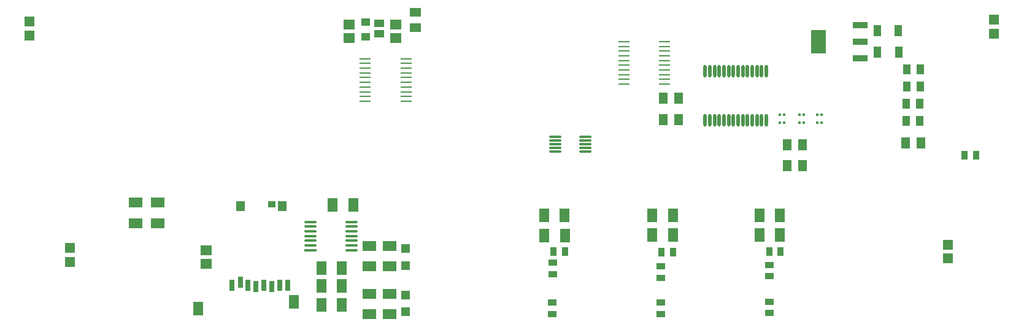
<source format=gbr>
%FSTAX23Y23*%
%MOIN*%
%SFA1B1*%

%IPPOS*%
%AMD83*
4,1,8,0.025100,0.007500,-0.025100,0.007500,-0.032600,0.000000,-0.032600,0.000000,-0.025100,-0.007500,0.025100,-0.007500,0.032600,0.000000,0.032600,0.000000,0.025100,0.007500,0.0*
1,1,0.014992,0.025100,0.000000*
1,1,0.014992,-0.025100,0.000000*
1,1,0.014992,-0.025100,0.000000*
1,1,0.014992,0.025100,0.000000*
%
%ADD28R,0.075197X0.053937*%
G04~CAMADD=83~8~0.0~0.0~651.7~149.9~75.0~0.0~15~0.0~0.0~0.0~0.0~0~0.0~0.0~0.0~0.0~0~0.0~0.0~0.0~0.0~651.7~149.9*
%ADD83D83*%
%ADD84R,0.065173X0.014992*%
%ADD85R,0.031496X0.059055*%
%ADD86R,0.051181X0.055118*%
%ADD87R,0.039370X0.037401*%
%ADD88R,0.055118X0.074803*%
%ADD89R,0.047500X0.059378*%
%ADD90O,0.066929X0.011811*%
%ADD91R,0.059055X0.055118*%
%ADD92R,0.037594X0.049689*%
%ADD94R,0.045275X0.045275*%
%ADD95R,0.039626X0.055441*%
%ADD96R,0.014961X0.015748*%
%ADD97R,0.057563X0.053342*%
%ADD98R,0.053150X0.043307*%
%ADD99R,0.053937X0.075197*%
%ADD100R,0.041339X0.062992*%
%ADD101R,0.084645X0.037401*%
%ADD102O,0.017716X0.070866*%
%ADD103R,0.049689X0.037594*%
%ADD104R,0.084645X0.127952*%
%ADD105R,0.059378X0.047500*%
%ADD106R,0.049212X0.039370*%
%ADD117R,0.061024X0.009843*%
%LNbrushed_pcb_paste_bot-1*%
%LPD*%
G54D28*
X-00667Y-00953D03*
Y-01065D03*
X-00776Y-00953D03*
Y-01065D03*
X-00667Y-00693D03*
Y-00805D03*
X-00776Y-00693D03*
Y-00805D03*
X-01927Y-0057D03*
Y-00458D03*
X-02047Y-00571D03*
Y-00459D03*
G54D83*
X-00874Y-00716D03*
Y-00691D03*
Y-00665D03*
Y-0064D03*
Y-00614D03*
Y-00588D03*
Y-00563D03*
X-01097D03*
Y-00588D03*
Y-00614D03*
Y-0064D03*
Y-00665D03*
Y-00691D03*
G54D84*
X-01097Y-00716D03*
G54D85*
X-0122Y-00906D03*
X-01263D03*
X-01306Y-00914D03*
X-0135Y-00906D03*
X-01393Y-00914D03*
X-01436Y-00906D03*
X-01479Y-0089D03*
X-01523Y-00906D03*
G54D86*
X-01251Y-00478D03*
X-01476D03*
G54D87*
X-01306Y-00469D03*
G54D88*
X-01188Y-00996D03*
X-01706Y-01035D03*
G54D89*
X0222Y-00134D03*
X02137D03*
X00903Y-00006D03*
X0082D03*
X00903Y0011D03*
X0082D03*
X01494Y-00259D03*
X01576D03*
X01494Y-00145D03*
X01576D03*
G54D90*
X00395Y-00181D03*
Y-00161D03*
X00234Y-00181D03*
Y-00161D03*
Y-00141D03*
Y-00122D03*
Y-00102D03*
X00395Y-00141D03*
Y-00122D03*
Y-00102D03*
G54D91*
X-01663Y-00791D03*
Y-00716D03*
X-00633Y00509D03*
Y00435D03*
X-00887Y00509D03*
Y00435D03*
G54D92*
X02457Y-002D03*
X02518D03*
X0081Y-00729D03*
X00871D03*
X00224Y-00725D03*
X00285D03*
X01395D03*
X01456D03*
G54D94*
X-00581Y-00708D03*
Y-008D03*
Y-01052D03*
Y-0096D03*
G54D95*
X02141Y00266D03*
X02216D03*
X02141Y00172D03*
X02216D03*
X02139Y00079D03*
X02214D03*
X02139Y-00013D03*
X02214D03*
G54D96*
X01476Y-00024D03*
X01454D03*
X01581D03*
X01559D03*
Y00018D03*
X01581D03*
X01679Y-00024D03*
X01657D03*
Y00018D03*
X01679D03*
X01454Y00019D03*
X01476D03*
G54D97*
X02617Y00459D03*
Y00536D03*
X-02404Y-00703D03*
Y-0078D03*
X-02623Y00448D03*
Y00525D03*
X02366Y-00762D03*
Y-00686D03*
G54D98*
X-00724Y0046D03*
Y00515D03*
G54D99*
X-01038Y-00813D03*
X-00926D03*
X-01038Y-00911D03*
X-00926D03*
Y-01014D03*
X-01038D03*
X-00977Y-00472D03*
X-00865D03*
X01341Y-00635D03*
X00173Y-00636D03*
X0076Y-00635D03*
Y-00528D03*
X00872D03*
X00172D03*
X00284D03*
X01341D03*
X01453D03*
X00872Y-00635D03*
X00285Y-00636D03*
X01453Y-00635D03*
G54D100*
X01982Y00359D03*
X02098D03*
X02097Y00476D03*
X01981D03*
G54D101*
X01889Y00326D03*
Y00507D03*
Y00417D03*
G54D102*
X01252Y00257D03*
X01303Y-0001D03*
X01047Y00257D03*
X01073D03*
X01098D03*
X01124D03*
X01149D03*
X01175D03*
X012D03*
X01226D03*
X01277D03*
X01303D03*
X01328D03*
X01354D03*
X0138D03*
X01047Y-0001D03*
X01073D03*
X01098D03*
X01124D03*
X01149D03*
X01175D03*
X012D03*
X01226D03*
X01252D03*
X01277D03*
X01328D03*
X01354D03*
X0138D03*
G54D103*
X00218Y-00785D03*
Y-00846D03*
X00216Y-01063D03*
Y-01002D03*
X00805D03*
Y-01063D03*
Y-00805D03*
Y-00866D03*
X01395Y-00857D03*
Y-00796D03*
Y-01057D03*
Y-00996D03*
G54D104*
X01661Y00417D03*
G54D105*
X-00527Y00576D03*
Y00493D03*
G54D106*
X-00799Y00442D03*
Y00521D03*
G54D117*
X00605Y00186D03*
Y00211D03*
Y00237D03*
Y00262D03*
Y00288D03*
Y00314D03*
Y00339D03*
Y00365D03*
Y0039D03*
Y00416D03*
X00825Y00186D03*
X00825Y00211D03*
Y00237D03*
X00825Y00262D03*
Y00288D03*
X00825Y00314D03*
Y00339D03*
X00825Y00365D03*
Y0039D03*
X00825Y00416D03*
X-008Y00093D03*
Y00119D03*
Y00144D03*
Y0017D03*
Y00195D03*
Y00221D03*
Y00247D03*
Y00272D03*
Y00298D03*
Y00323D03*
X-00579Y00093D03*
Y00119D03*
Y00144D03*
Y0017D03*
Y00195D03*
Y00221D03*
Y00247D03*
Y00272D03*
Y00298D03*
Y00323D03*
M02*
</source>
